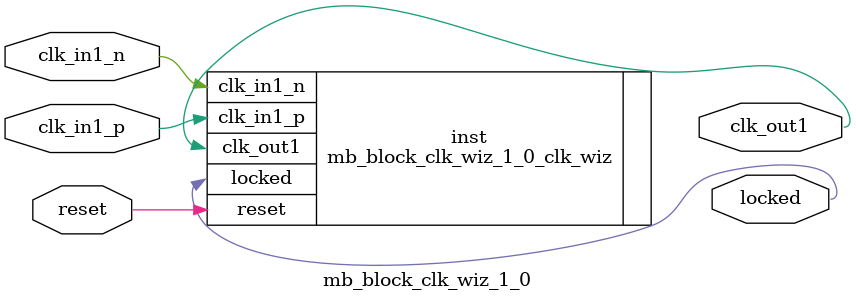
<source format=v>


`timescale 1ps/1ps

(* CORE_GENERATION_INFO = "mb_block_clk_wiz_1_0,clk_wiz_v6_0_11_0_0,{component_name=mb_block_clk_wiz_1_0,use_phase_alignment=true,use_min_o_jitter=false,use_max_i_jitter=false,use_dyn_phase_shift=false,use_inclk_switchover=false,use_dyn_reconfig=false,enable_axi=0,feedback_source=FDBK_AUTO,PRIMITIVE=MMCM,num_out_clk=1,clkin1_period=10.000,clkin2_period=10.000,use_power_down=false,use_reset=true,use_locked=true,use_inclk_stopped=false,feedback_type=SINGLE,CLOCK_MGR_TYPE=NA,manual_override=false}" *)

module mb_block_clk_wiz_1_0 
 (
  // Clock out ports
  output        clk_out1,
  // Status and control signals
  input         reset,
  output        locked,
 // Clock in ports
  input         clk_in1_p,
  input         clk_in1_n
 );

  mb_block_clk_wiz_1_0_clk_wiz inst
  (
  // Clock out ports  
  .clk_out1(clk_out1),
  // Status and control signals               
  .reset(reset), 
  .locked(locked),
 // Clock in ports
  .clk_in1_p(clk_in1_p),
  .clk_in1_n(clk_in1_n)
  );

endmodule

</source>
